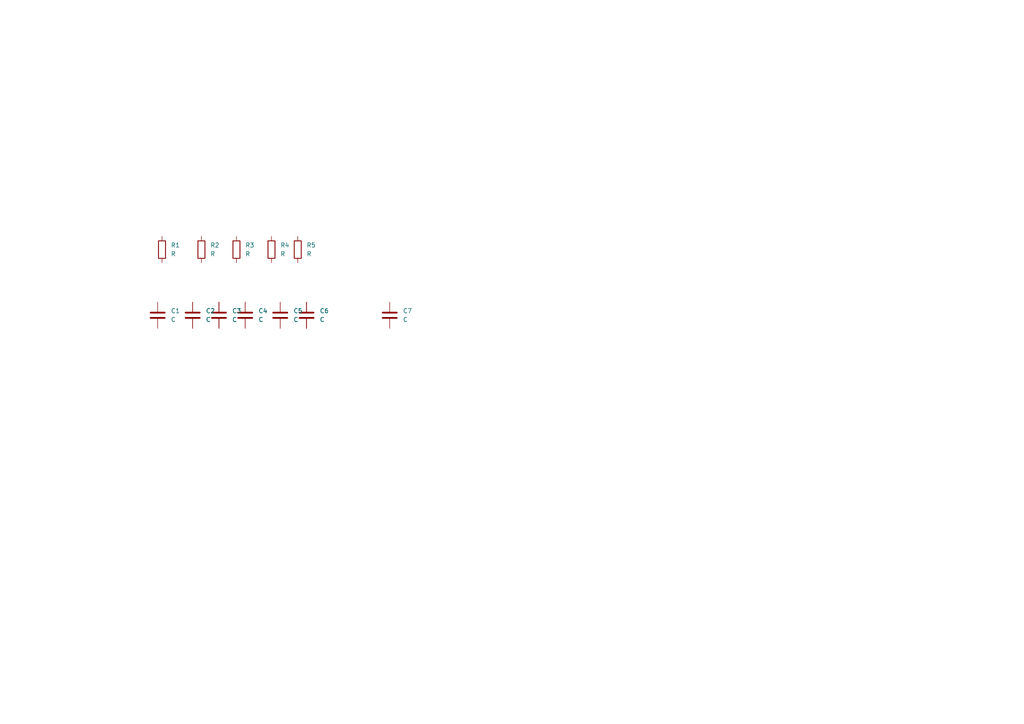
<source format=kicad_sch>
(kicad_sch (version 20231120) (generator "eeschema") (generator_version "8.0")
  (paper "A4")
  (lib_symbols
    (symbol "Device:C" (pin_numbers hide) (pin_names (offset 0.254))
      (property "Reference" "C" (at 0.635 2.54 0))
      (property "Value" "C" (at 0.635 -2.54 0))
      (symbol "C_0_1"
        (polyline (pts (xy -2.032 -0.762) (xy 2.032 -0.762)) (stroke (width 0.508)))
        (polyline (pts (xy -2.032 0.762) (xy 2.032 0.762)) (stroke (width 0.508)))
      )
      (symbol "C_1_1"
        (pin passive line (at 0 3.81 270) (length 2.794) (name "~") (number "1"))
        (pin passive line (at 0 -3.81 90) (length 2.794) (name "~") (number "2"))
      )
    )
    (symbol "Device:R" (pin_numbers hide) (pin_names (offset 0))
      (property "Reference" "R" (at 2.032 0 90))
      (property "Value" "R" (at 0 0 90))
      (symbol "R_0_1"
        (rectangle (start -1.016 -2.54) (end 1.016 2.54) (stroke (width 0.254)))
      )
      (symbol "R_1_1"
        (pin passive line (at 0 3.81 270) (length 1.27) (name "~") (number "1"))
        (pin passive line (at 0 -3.81 90) (length 1.27) (name "~") (number "2"))
      )
    )
  )
  (symbol (lib_id "Device:C") (at 88.9 91.44 0) (unit 1)
    (property "Reference" "C6" (at 92.71 90.1699 0) (effects (justify left)))
    (property "Value" "C" (at 92.71 92.7099 0) (effects (justify left)))
    (property "Description" "Unpolarized capacitor" (effects (hide yes)))
  )
  (symbol (lib_id "Device:C") (at 71.12 91.44 0) (unit 1)
    (property "Reference" "C4" (at 74.93 90.1699 0) (effects (justify left)))
    (property "Value" "C" (at 74.93 92.7099 0) (effects (justify left)))
    (property "Description" "Unpolarized capacitor" (effects (hide yes)))
  )
  (symbol (lib_id "Device:C") (at 55.88 91.44 0) (unit 1)
    (property "Reference" "C2" (at 59.69 90.1699 0) (effects (justify left)))
    (property "Value" "C" (at 59.69 92.7099 0) (effects (justify left)))
    (property "Description" "Unpolarized capacitor" (effects (hide yes)))
  )
  (symbol (lib_id "Device:R") (at 78.74 72.39 0) (unit 1)
    (property "Reference" "R4" (at 81.28 71.1199 0) (effects (justify left)))
    (property "Value" "R" (at 81.28 73.6599 0) (effects (justify left)))
    (property "Description" "Resistor" (effects (hide yes)))
  )
  (symbol (lib_id "Device:R") (at 86.36 72.39 0) (unit 1)
    (property "Reference" "R5" (at 88.9 71.1199 0) (effects (justify left)))
    (property "Value" "R" (at 88.9 73.6599 0) (effects (justify left)))
    (property "Description" "Resistor" (effects (hide yes)))
  )
  (symbol (lib_id "Device:C") (at 113.03 91.44 0) (unit 1)
    (property "Reference" "C7" (at 116.84 90.1699 0) (effects (justify left)))
    (property "Value" "C" (at 116.84 92.7099 0) (effects (justify left)))
    (property "Description" "Unpolarized capacitor" (effects (hide yes)))
  )
  (symbol (lib_id "Device:R") (at 46.99 72.39 0) (unit 1)
    (property "Reference" "R1" (at 49.53 71.1199 0) (effects (justify left)))
    (property "Value" "R" (at 49.53 73.6599 0) (effects (justify left)))
    (property "Description" "Resistor" (effects (hide yes)))
  )
  (symbol (lib_id "Device:C") (at 63.5 91.44 0) (unit 1)
    (property "Reference" "C3" (at 67.31 90.1699 0) (effects (justify left)))
    (property "Value" "C" (at 67.31 92.7099 0) (effects (justify left)))
    (property "Description" "Unpolarized capacitor" (effects (hide yes)))
  )
  (symbol (lib_id "Device:C") (at 45.72 91.44 0) (unit 1)
    (property "Reference" "C1" (at 49.53 90.1699 0) (effects (justify left)))
    (property "Value" "C" (at 49.53 92.7099 0) (effects (justify left)))
    (property "Description" "Unpolarized capacitor" (effects (hide yes)))
  )
  (symbol (lib_id "Device:R") (at 68.58 72.39 0) (unit 1)
    (property "Reference" "R3" (at 71.12 71.1199 0) (effects (justify left)))
    (property "Value" "R" (at 71.12 73.6599 0) (effects (justify left)))
    (property "Description" "Resistor" (effects (hide yes)))
  )
  (symbol (lib_id "Device:R") (at 58.42 72.39 0) (unit 1)
    (property "Reference" "R2" (at 60.96 71.1199 0) (effects (justify left)))
    (property "Value" "R" (at 60.96 73.6599 0) (effects (justify left)))
    (property "Description" "Resistor" (effects (hide yes)))
  )
  (symbol (lib_id "Device:C") (at 81.28 91.44 0) (unit 1)
    (property "Reference" "C5" (at 85.09 90.1699 0) (effects (justify left)))
    (property "Value" "C" (at 85.09 92.7099 0) (effects (justify left)))
    (property "Description" "Unpolarized capacitor" (effects (hide yes)))
  )
)
</source>
